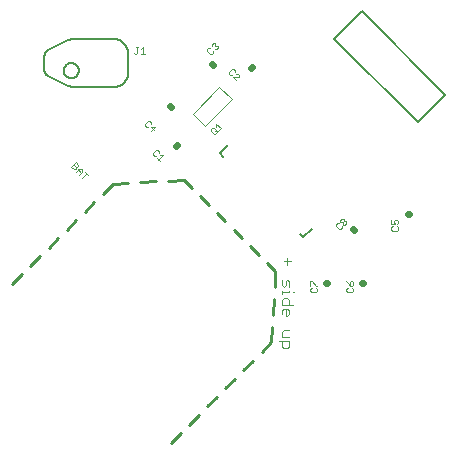
<source format=gto>
G75*
%MOIN*%
%OFA0B0*%
%FSLAX25Y25*%
%IPPOS*%
%LPD*%
%AMOC8*
5,1,8,0,0,1.08239X$1,22.5*
%
%ADD10C,0.00400*%
%ADD11C,0.00500*%
%ADD12C,0.00200*%
%ADD13C,0.00591*%
%ADD14C,0.02200*%
%ADD15C,0.00394*%
%ADD16C,0.00984*%
D10*
X0110821Y0051786D02*
X0110821Y0053556D01*
X0109641Y0053556D02*
X0113181Y0053556D01*
X0113181Y0051786D01*
X0112591Y0051196D01*
X0111411Y0051196D01*
X0110821Y0051786D01*
X0110821Y0054822D02*
X0113181Y0054822D01*
X0113181Y0057182D02*
X0111411Y0057182D01*
X0110821Y0056592D01*
X0110821Y0054822D01*
X0112001Y0062072D02*
X0112001Y0064432D01*
X0112591Y0064432D02*
X0113181Y0063842D01*
X0113181Y0062662D01*
X0112591Y0062072D01*
X0112001Y0062072D01*
X0110821Y0062662D02*
X0110821Y0063842D01*
X0111411Y0064432D01*
X0112591Y0064432D01*
X0113181Y0065697D02*
X0113181Y0067467D01*
X0112591Y0068057D01*
X0111411Y0068057D01*
X0110821Y0067467D01*
X0110821Y0065697D01*
X0114361Y0065697D01*
X0110821Y0069294D02*
X0110821Y0070474D01*
X0110821Y0069884D02*
X0113181Y0069884D01*
X0113181Y0070474D01*
X0113181Y0071739D02*
X0113181Y0073509D01*
X0112591Y0074099D01*
X0112001Y0073509D01*
X0112001Y0072329D01*
X0111411Y0071739D01*
X0110821Y0072329D01*
X0110821Y0074099D01*
X0114361Y0069884D02*
X0114951Y0069884D01*
X0112591Y0078989D02*
X0112591Y0081349D01*
X0113771Y0080169D02*
X0111411Y0080169D01*
D11*
X0054558Y0138290D02*
X0041703Y0138290D01*
X0039527Y0138788D02*
X0032970Y0141958D01*
X0032884Y0142002D01*
X0032800Y0142049D01*
X0032717Y0142099D01*
X0032637Y0142152D01*
X0032558Y0142209D01*
X0032482Y0142268D01*
X0032408Y0142331D01*
X0032337Y0142396D01*
X0032268Y0142464D01*
X0032202Y0142534D01*
X0032139Y0142607D01*
X0032078Y0142682D01*
X0032021Y0142760D01*
X0031966Y0142840D01*
X0031915Y0142922D01*
X0031867Y0143005D01*
X0031822Y0143091D01*
X0031780Y0143178D01*
X0031742Y0143267D01*
X0031708Y0143357D01*
X0031676Y0143448D01*
X0031649Y0143541D01*
X0031625Y0143635D01*
X0031605Y0143729D01*
X0031588Y0143824D01*
X0031575Y0143920D01*
X0031565Y0144016D01*
X0031560Y0144112D01*
X0031558Y0144209D01*
X0031558Y0148472D01*
X0031560Y0148569D01*
X0031565Y0148665D01*
X0031575Y0148761D01*
X0031588Y0148857D01*
X0031605Y0148952D01*
X0031625Y0149046D01*
X0031649Y0149140D01*
X0031676Y0149233D01*
X0031708Y0149324D01*
X0031742Y0149414D01*
X0031780Y0149503D01*
X0031822Y0149590D01*
X0031867Y0149676D01*
X0031915Y0149759D01*
X0031966Y0149841D01*
X0032021Y0149921D01*
X0032078Y0149999D01*
X0032139Y0150074D01*
X0032202Y0150147D01*
X0032268Y0150217D01*
X0032337Y0150285D01*
X0032408Y0150350D01*
X0032482Y0150413D01*
X0032558Y0150472D01*
X0032637Y0150529D01*
X0032717Y0150582D01*
X0032800Y0150632D01*
X0032884Y0150679D01*
X0032970Y0150723D01*
X0039527Y0153892D01*
X0041703Y0154390D02*
X0054558Y0154390D01*
X0054698Y0154388D01*
X0054838Y0154382D01*
X0054978Y0154372D01*
X0055118Y0154359D01*
X0055257Y0154341D01*
X0055396Y0154319D01*
X0055533Y0154294D01*
X0055671Y0154265D01*
X0055807Y0154232D01*
X0055942Y0154195D01*
X0056076Y0154154D01*
X0056209Y0154109D01*
X0056341Y0154061D01*
X0056471Y0154009D01*
X0056600Y0153954D01*
X0056727Y0153895D01*
X0056853Y0153832D01*
X0056977Y0153766D01*
X0057098Y0153697D01*
X0057218Y0153624D01*
X0057336Y0153547D01*
X0057451Y0153468D01*
X0057565Y0153385D01*
X0057675Y0153299D01*
X0057784Y0153210D01*
X0057890Y0153118D01*
X0057993Y0153023D01*
X0058094Y0152926D01*
X0058191Y0152825D01*
X0058286Y0152722D01*
X0058378Y0152616D01*
X0058467Y0152507D01*
X0058553Y0152397D01*
X0058636Y0152283D01*
X0058715Y0152168D01*
X0058792Y0152050D01*
X0058865Y0151930D01*
X0058934Y0151809D01*
X0059000Y0151685D01*
X0059063Y0151559D01*
X0059122Y0151432D01*
X0059177Y0151303D01*
X0059229Y0151173D01*
X0059277Y0151041D01*
X0059322Y0150908D01*
X0059363Y0150774D01*
X0059400Y0150639D01*
X0059433Y0150503D01*
X0059462Y0150365D01*
X0059487Y0150228D01*
X0059509Y0150089D01*
X0059527Y0149950D01*
X0059540Y0149810D01*
X0059550Y0149670D01*
X0059556Y0149530D01*
X0059558Y0149390D01*
X0059558Y0143290D01*
X0059556Y0143150D01*
X0059550Y0143010D01*
X0059540Y0142870D01*
X0059527Y0142730D01*
X0059509Y0142591D01*
X0059487Y0142452D01*
X0059462Y0142315D01*
X0059433Y0142177D01*
X0059400Y0142041D01*
X0059363Y0141906D01*
X0059322Y0141772D01*
X0059277Y0141639D01*
X0059229Y0141507D01*
X0059177Y0141377D01*
X0059122Y0141248D01*
X0059063Y0141121D01*
X0059000Y0140995D01*
X0058934Y0140871D01*
X0058865Y0140750D01*
X0058792Y0140630D01*
X0058715Y0140512D01*
X0058636Y0140397D01*
X0058553Y0140283D01*
X0058467Y0140173D01*
X0058378Y0140064D01*
X0058286Y0139958D01*
X0058191Y0139855D01*
X0058094Y0139754D01*
X0057993Y0139657D01*
X0057890Y0139562D01*
X0057784Y0139470D01*
X0057675Y0139381D01*
X0057565Y0139295D01*
X0057451Y0139212D01*
X0057336Y0139133D01*
X0057218Y0139056D01*
X0057098Y0138983D01*
X0056977Y0138914D01*
X0056853Y0138848D01*
X0056727Y0138785D01*
X0056600Y0138726D01*
X0056471Y0138671D01*
X0056341Y0138619D01*
X0056209Y0138571D01*
X0056076Y0138526D01*
X0055942Y0138485D01*
X0055807Y0138448D01*
X0055671Y0138415D01*
X0055533Y0138386D01*
X0055396Y0138361D01*
X0055257Y0138339D01*
X0055118Y0138321D01*
X0054978Y0138308D01*
X0054838Y0138298D01*
X0054698Y0138292D01*
X0054558Y0138290D01*
X0041703Y0138290D02*
X0041562Y0138292D01*
X0041422Y0138298D01*
X0041281Y0138308D01*
X0041141Y0138322D01*
X0041002Y0138339D01*
X0040863Y0138361D01*
X0040724Y0138387D01*
X0040587Y0138416D01*
X0040450Y0138449D01*
X0040315Y0138487D01*
X0040180Y0138528D01*
X0040047Y0138572D01*
X0039914Y0138621D01*
X0039784Y0138673D01*
X0039655Y0138729D01*
X0039527Y0138788D01*
X0038058Y0143840D02*
X0038060Y0143939D01*
X0038066Y0144039D01*
X0038076Y0144138D01*
X0038090Y0144236D01*
X0038107Y0144334D01*
X0038129Y0144431D01*
X0038154Y0144527D01*
X0038183Y0144622D01*
X0038216Y0144716D01*
X0038253Y0144808D01*
X0038293Y0144899D01*
X0038337Y0144988D01*
X0038385Y0145076D01*
X0038436Y0145161D01*
X0038490Y0145244D01*
X0038547Y0145326D01*
X0038608Y0145404D01*
X0038672Y0145481D01*
X0038738Y0145554D01*
X0038808Y0145625D01*
X0038880Y0145693D01*
X0038955Y0145759D01*
X0039033Y0145821D01*
X0039113Y0145880D01*
X0039195Y0145936D01*
X0039279Y0145988D01*
X0039366Y0146037D01*
X0039454Y0146083D01*
X0039544Y0146125D01*
X0039636Y0146164D01*
X0039729Y0146199D01*
X0039823Y0146230D01*
X0039919Y0146257D01*
X0040016Y0146280D01*
X0040113Y0146300D01*
X0040211Y0146316D01*
X0040310Y0146328D01*
X0040409Y0146336D01*
X0040508Y0146340D01*
X0040608Y0146340D01*
X0040707Y0146336D01*
X0040806Y0146328D01*
X0040905Y0146316D01*
X0041003Y0146300D01*
X0041100Y0146280D01*
X0041197Y0146257D01*
X0041293Y0146230D01*
X0041387Y0146199D01*
X0041480Y0146164D01*
X0041572Y0146125D01*
X0041662Y0146083D01*
X0041750Y0146037D01*
X0041837Y0145988D01*
X0041921Y0145936D01*
X0042003Y0145880D01*
X0042083Y0145821D01*
X0042161Y0145759D01*
X0042236Y0145693D01*
X0042308Y0145625D01*
X0042378Y0145554D01*
X0042444Y0145481D01*
X0042508Y0145404D01*
X0042569Y0145326D01*
X0042626Y0145244D01*
X0042680Y0145161D01*
X0042731Y0145076D01*
X0042779Y0144988D01*
X0042823Y0144899D01*
X0042863Y0144808D01*
X0042900Y0144716D01*
X0042933Y0144622D01*
X0042962Y0144527D01*
X0042987Y0144431D01*
X0043009Y0144334D01*
X0043026Y0144236D01*
X0043040Y0144138D01*
X0043050Y0144039D01*
X0043056Y0143939D01*
X0043058Y0143840D01*
X0043056Y0143741D01*
X0043050Y0143641D01*
X0043040Y0143542D01*
X0043026Y0143444D01*
X0043009Y0143346D01*
X0042987Y0143249D01*
X0042962Y0143153D01*
X0042933Y0143058D01*
X0042900Y0142964D01*
X0042863Y0142872D01*
X0042823Y0142781D01*
X0042779Y0142692D01*
X0042731Y0142604D01*
X0042680Y0142519D01*
X0042626Y0142436D01*
X0042569Y0142354D01*
X0042508Y0142276D01*
X0042444Y0142199D01*
X0042378Y0142126D01*
X0042308Y0142055D01*
X0042236Y0141987D01*
X0042161Y0141921D01*
X0042083Y0141859D01*
X0042003Y0141800D01*
X0041921Y0141744D01*
X0041837Y0141692D01*
X0041750Y0141643D01*
X0041662Y0141597D01*
X0041572Y0141555D01*
X0041480Y0141516D01*
X0041387Y0141481D01*
X0041293Y0141450D01*
X0041197Y0141423D01*
X0041100Y0141400D01*
X0041003Y0141380D01*
X0040905Y0141364D01*
X0040806Y0141352D01*
X0040707Y0141344D01*
X0040608Y0141340D01*
X0040508Y0141340D01*
X0040409Y0141344D01*
X0040310Y0141352D01*
X0040211Y0141364D01*
X0040113Y0141380D01*
X0040016Y0141400D01*
X0039919Y0141423D01*
X0039823Y0141450D01*
X0039729Y0141481D01*
X0039636Y0141516D01*
X0039544Y0141555D01*
X0039454Y0141597D01*
X0039366Y0141643D01*
X0039279Y0141692D01*
X0039195Y0141744D01*
X0039113Y0141800D01*
X0039033Y0141859D01*
X0038955Y0141921D01*
X0038880Y0141987D01*
X0038808Y0142055D01*
X0038738Y0142126D01*
X0038672Y0142199D01*
X0038608Y0142276D01*
X0038547Y0142354D01*
X0038490Y0142436D01*
X0038436Y0142519D01*
X0038385Y0142604D01*
X0038337Y0142692D01*
X0038293Y0142781D01*
X0038253Y0142872D01*
X0038216Y0142964D01*
X0038183Y0143058D01*
X0038154Y0143153D01*
X0038129Y0143249D01*
X0038107Y0143346D01*
X0038090Y0143444D01*
X0038076Y0143542D01*
X0038066Y0143641D01*
X0038060Y0143741D01*
X0038058Y0143840D01*
X0039527Y0153892D02*
X0039655Y0153951D01*
X0039784Y0154007D01*
X0039914Y0154059D01*
X0040047Y0154108D01*
X0040180Y0154152D01*
X0040315Y0154193D01*
X0040450Y0154231D01*
X0040587Y0154264D01*
X0040724Y0154293D01*
X0040863Y0154319D01*
X0041002Y0154341D01*
X0041141Y0154358D01*
X0041281Y0154372D01*
X0041422Y0154382D01*
X0041562Y0154388D01*
X0041703Y0154390D01*
D12*
X0061483Y0149801D02*
X0061843Y0149440D01*
X0062204Y0149440D01*
X0062565Y0149801D01*
X0062565Y0151604D01*
X0062925Y0151604D02*
X0062204Y0151604D01*
X0063658Y0150883D02*
X0064379Y0151604D01*
X0064379Y0149440D01*
X0063658Y0149440D02*
X0065101Y0149440D01*
X0085781Y0150328D02*
X0086801Y0149308D01*
X0087311Y0149308D01*
X0087821Y0149818D01*
X0087821Y0150328D01*
X0088339Y0150846D02*
X0088849Y0150846D01*
X0089359Y0151356D01*
X0089359Y0151866D01*
X0089104Y0152121D01*
X0088594Y0152121D01*
X0088339Y0151866D01*
X0088594Y0152121D02*
X0088594Y0152632D01*
X0088339Y0152887D01*
X0087829Y0152887D01*
X0087319Y0152376D01*
X0087319Y0151866D01*
X0086801Y0151349D02*
X0086291Y0151349D01*
X0085781Y0150838D01*
X0085781Y0150328D01*
X0093026Y0143319D02*
X0093026Y0142809D01*
X0093536Y0142299D01*
X0094046Y0142299D01*
X0094309Y0141526D02*
X0096349Y0141526D01*
X0096604Y0141781D01*
X0096604Y0142291D01*
X0096094Y0142801D01*
X0095584Y0142801D01*
X0095066Y0143319D02*
X0095066Y0143829D01*
X0094556Y0144339D01*
X0094046Y0144339D01*
X0093026Y0143319D01*
X0094309Y0141526D02*
X0095329Y0140506D01*
X0088869Y0126075D02*
X0090399Y0124544D01*
X0089889Y0124034D02*
X0090909Y0125054D01*
X0088869Y0125054D02*
X0088869Y0126075D01*
X0088096Y0124792D02*
X0089116Y0123771D01*
X0089116Y0123261D01*
X0088606Y0122751D01*
X0088096Y0122751D01*
X0087076Y0123771D01*
X0087076Y0124282D01*
X0087586Y0124792D01*
X0088096Y0124792D01*
X0088351Y0123516D02*
X0089371Y0123516D01*
X0071142Y0115531D02*
X0069612Y0114001D01*
X0069102Y0114511D02*
X0070122Y0113491D01*
X0068839Y0115284D02*
X0068329Y0115284D01*
X0067819Y0115794D01*
X0067819Y0116304D01*
X0068839Y0117324D01*
X0069349Y0117324D01*
X0069859Y0116814D01*
X0069859Y0116304D01*
X0070122Y0115531D02*
X0071142Y0115531D01*
X0067095Y0123518D02*
X0068625Y0125048D01*
X0067095Y0125048D01*
X0068115Y0124028D01*
X0066067Y0125056D02*
X0065557Y0125056D01*
X0065047Y0125566D01*
X0065047Y0126076D01*
X0066067Y0127096D01*
X0066577Y0127096D01*
X0067087Y0126586D01*
X0067087Y0126076D01*
X0046276Y0109022D02*
X0045238Y0110060D01*
X0045757Y0109541D02*
X0044200Y0107984D01*
X0043156Y0109027D02*
X0044194Y0110065D01*
X0044194Y0111103D01*
X0043156Y0111103D01*
X0042118Y0110065D01*
X0041853Y0110849D02*
X0041334Y0110849D01*
X0040556Y0111628D01*
X0042113Y0113185D01*
X0042891Y0112406D01*
X0042891Y0111887D01*
X0042632Y0111628D01*
X0042113Y0111628D01*
X0041334Y0112406D01*
X0042113Y0111628D02*
X0042113Y0111109D01*
X0041853Y0110849D01*
X0042897Y0110844D02*
X0043935Y0109806D01*
X0120294Y0073558D02*
X0120294Y0072115D01*
X0120654Y0071383D02*
X0120294Y0071022D01*
X0120294Y0070301D01*
X0120654Y0069940D01*
X0122097Y0069940D01*
X0122458Y0070301D01*
X0122458Y0071022D01*
X0122097Y0071383D01*
X0122097Y0072115D02*
X0122458Y0072115D01*
X0122097Y0072115D02*
X0120654Y0073558D01*
X0120294Y0073558D01*
X0132294Y0073558D02*
X0132654Y0072837D01*
X0133376Y0072115D01*
X0133376Y0073197D01*
X0133737Y0073558D01*
X0134097Y0073558D01*
X0134458Y0073197D01*
X0134458Y0072476D01*
X0134097Y0072115D01*
X0133376Y0072115D01*
X0134097Y0071383D02*
X0134458Y0071022D01*
X0134458Y0070301D01*
X0134097Y0069940D01*
X0132654Y0069940D01*
X0132294Y0070301D01*
X0132294Y0071022D01*
X0132654Y0071383D01*
X0147654Y0090440D02*
X0149097Y0090440D01*
X0149458Y0090801D01*
X0149458Y0091522D01*
X0149097Y0091883D01*
X0149097Y0092615D02*
X0149458Y0092976D01*
X0149458Y0093697D01*
X0149097Y0094058D01*
X0148376Y0094058D01*
X0148015Y0093697D01*
X0148015Y0093337D01*
X0148376Y0092615D01*
X0147294Y0092615D01*
X0147294Y0094058D01*
X0147654Y0091883D02*
X0147294Y0091522D01*
X0147294Y0090801D01*
X0147654Y0090440D01*
X0132265Y0092931D02*
X0131755Y0092421D01*
X0131245Y0092421D01*
X0130990Y0092676D01*
X0130990Y0093186D01*
X0131500Y0093696D01*
X0132010Y0093696D01*
X0132265Y0093441D01*
X0132265Y0092931D01*
X0131500Y0093696D02*
X0131500Y0094206D01*
X0131245Y0094461D01*
X0130735Y0094461D01*
X0130224Y0093951D01*
X0130224Y0093441D01*
X0130480Y0093186D01*
X0130990Y0093186D01*
X0130727Y0091903D02*
X0130727Y0091393D01*
X0130217Y0090883D01*
X0129707Y0090883D01*
X0128686Y0091903D01*
X0128686Y0092413D01*
X0129197Y0092923D01*
X0129707Y0092923D01*
D13*
X0120706Y0091150D02*
X0117922Y0088366D01*
X0116809Y0089479D01*
X0091197Y0115091D02*
X0090083Y0116205D01*
X0092867Y0118989D01*
X0128223Y0154344D02*
X0156062Y0126505D01*
X0165248Y0135692D01*
X0137409Y0163531D01*
X0128223Y0154344D01*
D14*
X0100643Y0144925D02*
X0100473Y0144755D01*
X0087643Y0145755D02*
X0087473Y0145925D01*
X0073473Y0131925D02*
X0073643Y0131755D01*
X0075643Y0118925D02*
X0075473Y0118755D01*
X0125438Y0072840D02*
X0125678Y0072840D01*
X0137438Y0072840D02*
X0137678Y0072840D01*
X0134643Y0090755D02*
X0134473Y0090925D01*
X0152938Y0095840D02*
X0153178Y0095840D01*
D15*
X0094100Y0134206D02*
X0089924Y0138382D01*
X0081016Y0129474D01*
X0085192Y0125298D01*
X0094100Y0134206D01*
D16*
X0024175Y0075901D02*
X0020927Y0072653D01*
X0026959Y0078685D02*
X0030207Y0081933D01*
X0032991Y0084717D02*
X0036238Y0087965D01*
X0039022Y0090749D02*
X0042270Y0093997D01*
X0045054Y0096780D02*
X0048302Y0100028D01*
X0051086Y0102812D02*
X0054334Y0106060D01*
X0059601Y0106370D01*
X0063531Y0106601D02*
X0068799Y0106911D01*
X0072729Y0107142D02*
X0077997Y0107452D01*
X0080781Y0104668D01*
X0083564Y0101884D02*
X0086348Y0099100D01*
X0089132Y0096316D02*
X0091916Y0093533D01*
X0094700Y0090749D02*
X0097484Y0087965D01*
X0100268Y0085181D02*
X0103052Y0082397D01*
X0105836Y0079613D02*
X0108619Y0076829D01*
X0108310Y0071562D01*
X0108078Y0067632D02*
X0107769Y0062364D01*
X0107537Y0058434D02*
X0107227Y0053166D01*
X0103980Y0049918D01*
X0101196Y0047134D02*
X0097948Y0043887D01*
X0095164Y0041103D02*
X0091916Y0037855D01*
X0089132Y0035071D02*
X0085884Y0031823D01*
X0083100Y0029039D02*
X0079853Y0025791D01*
X0077069Y0023007D02*
X0073821Y0019760D01*
M02*

</source>
